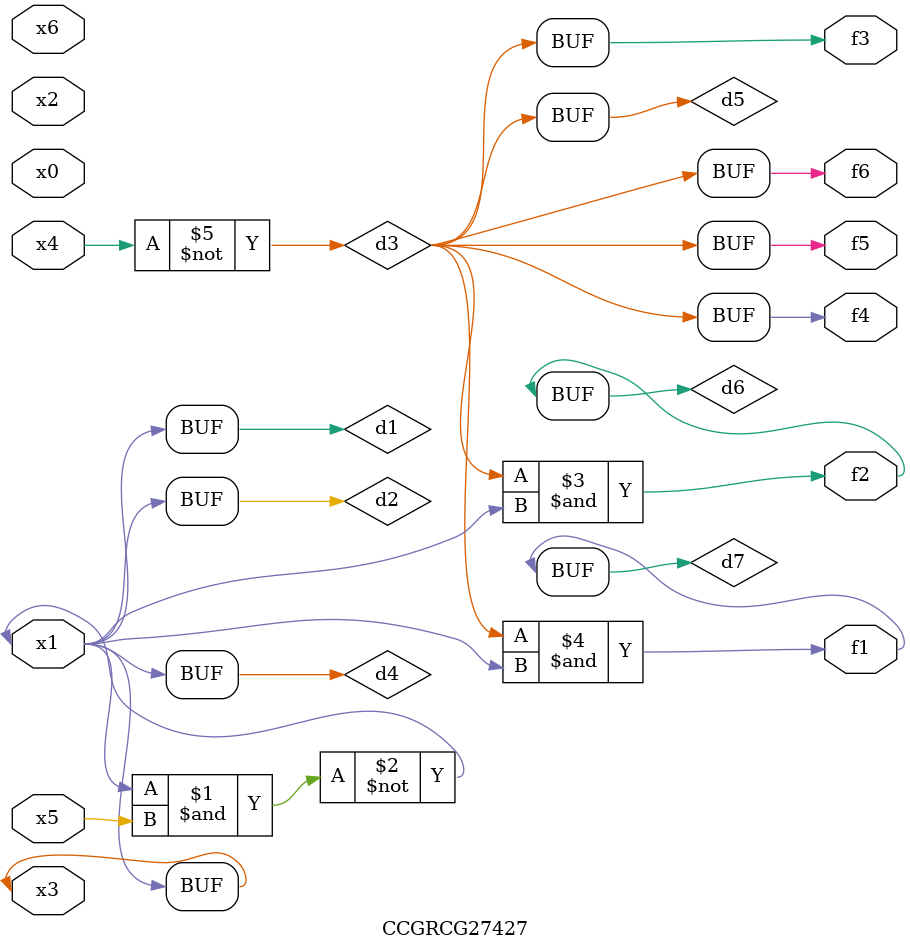
<source format=v>
module CCGRCG27427(
	input x0, x1, x2, x3, x4, x5, x6,
	output f1, f2, f3, f4, f5, f6
);

	wire d1, d2, d3, d4, d5, d6, d7;

	buf (d1, x1, x3);
	nand (d2, x1, x5);
	not (d3, x4);
	buf (d4, d1, d2);
	buf (d5, d3);
	and (d6, d3, d4);
	and (d7, d3, d4);
	assign f1 = d7;
	assign f2 = d6;
	assign f3 = d5;
	assign f4 = d5;
	assign f5 = d5;
	assign f6 = d5;
endmodule

</source>
